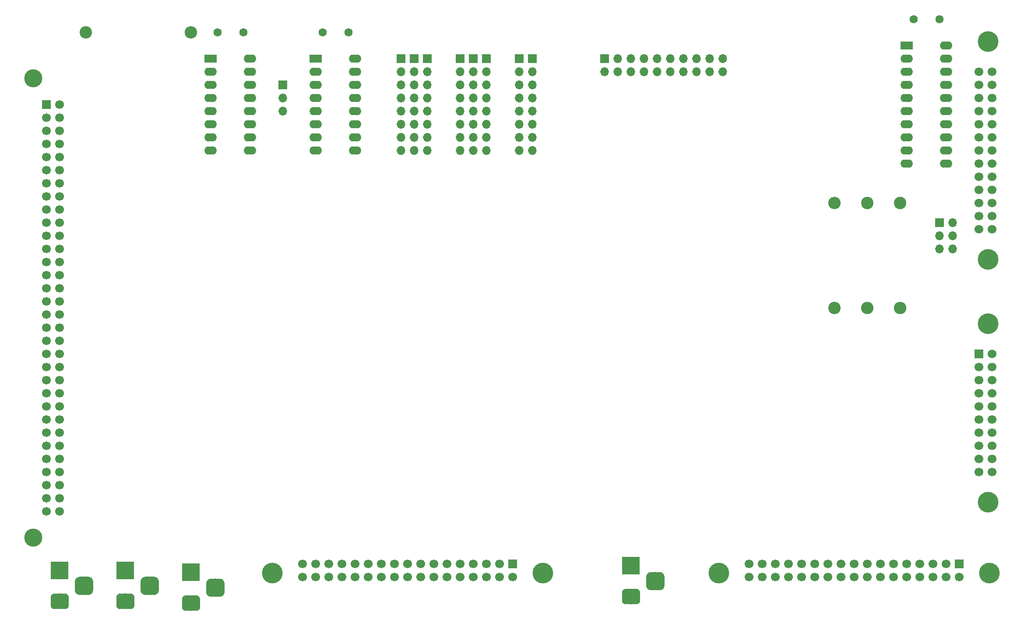
<source format=gbr>
G04 #@! TF.GenerationSoftware,KiCad,Pcbnew,(5.1.2-1)-1*
G04 #@! TF.CreationDate,2019-08-04T21:57:59+02:00*
G04 #@! TF.ProjectId,AtomIOExt,41746f6d-494f-4457-9874-2e6b69636164,rev?*
G04 #@! TF.SameCoordinates,Original*
G04 #@! TF.FileFunction,Soldermask,Top*
G04 #@! TF.FilePolarity,Negative*
%FSLAX46Y46*%
G04 Gerber Fmt 4.6, Leading zero omitted, Abs format (unit mm)*
G04 Created by KiCad (PCBNEW (5.1.2-1)-1) date 2019-08-04 21:57:59*
%MOMM*%
%LPD*%
G04 APERTURE LIST*
%ADD10R,1.700000X1.700000*%
%ADD11O,1.700000X1.700000*%
%ADD12C,1.600000*%
%ADD13R,3.500000X3.500000*%
%ADD14C,0.100000*%
%ADD15C,3.000000*%
%ADD16C,3.500000*%
%ADD17C,4.000000*%
%ADD18C,1.700000*%
%ADD19C,2.400000*%
%ADD20O,2.400000X2.400000*%
%ADD21R,2.400000X1.600000*%
%ADD22O,2.400000X1.600000*%
G04 APERTURE END LIST*
D10*
X171450000Y-35560000D03*
D11*
X171450000Y-38100000D03*
X173990000Y-35560000D03*
X173990000Y-38100000D03*
X176530000Y-35560000D03*
X176530000Y-38100000D03*
X179070000Y-35560000D03*
X179070000Y-38100000D03*
X181610000Y-35560000D03*
X181610000Y-38100000D03*
X184150000Y-35560000D03*
X184150000Y-38100000D03*
X186690000Y-35560000D03*
X186690000Y-38100000D03*
X189230000Y-35560000D03*
X189230000Y-38100000D03*
X191770000Y-35560000D03*
X191770000Y-38100000D03*
X194310000Y-35560000D03*
X194310000Y-38100000D03*
D12*
X101600000Y-30480000D03*
X96600000Y-30480000D03*
X116920000Y-30480000D03*
X121920000Y-30480000D03*
X236220000Y-27940000D03*
X231220000Y-27940000D03*
D11*
X134620000Y-53340000D03*
X134620000Y-50800000D03*
X134620000Y-48260000D03*
X134620000Y-45720000D03*
X134620000Y-43180000D03*
X134620000Y-40640000D03*
X134620000Y-38100000D03*
D10*
X134620000Y-35560000D03*
X137160000Y-35560000D03*
D11*
X137160000Y-38100000D03*
X137160000Y-40640000D03*
X137160000Y-43180000D03*
X137160000Y-45720000D03*
X137160000Y-48260000D03*
X137160000Y-50800000D03*
X137160000Y-53340000D03*
X132080000Y-53340000D03*
X132080000Y-50800000D03*
X132080000Y-48260000D03*
X132080000Y-45720000D03*
X132080000Y-43180000D03*
X132080000Y-40640000D03*
X132080000Y-38100000D03*
D10*
X132080000Y-35560000D03*
X146050000Y-35560000D03*
D11*
X146050000Y-38100000D03*
X146050000Y-40640000D03*
X146050000Y-43180000D03*
X146050000Y-45720000D03*
X146050000Y-48260000D03*
X146050000Y-50800000D03*
X146050000Y-53340000D03*
D10*
X148590000Y-35560000D03*
D11*
X148590000Y-38100000D03*
X148590000Y-40640000D03*
X148590000Y-43180000D03*
X148590000Y-45720000D03*
X148590000Y-48260000D03*
X148590000Y-50800000D03*
X148590000Y-53340000D03*
X143510000Y-53340000D03*
X143510000Y-50800000D03*
X143510000Y-48260000D03*
X143510000Y-45720000D03*
X143510000Y-43180000D03*
X143510000Y-40640000D03*
X143510000Y-38100000D03*
D10*
X143510000Y-35560000D03*
D11*
X154940000Y-53340000D03*
X154940000Y-50800000D03*
X154940000Y-48260000D03*
X154940000Y-45720000D03*
X154940000Y-43180000D03*
X154940000Y-40640000D03*
X154940000Y-38100000D03*
D10*
X154940000Y-35560000D03*
X157480000Y-35560000D03*
D11*
X157480000Y-38100000D03*
X157480000Y-40640000D03*
X157480000Y-43180000D03*
X157480000Y-45720000D03*
X157480000Y-48260000D03*
X157480000Y-50800000D03*
X157480000Y-53340000D03*
D13*
X176530000Y-133700000D03*
D14*
G36*
X177603513Y-138203611D02*
G01*
X177676318Y-138214411D01*
X177747714Y-138232295D01*
X177817013Y-138257090D01*
X177883548Y-138288559D01*
X177946678Y-138326398D01*
X178005795Y-138370242D01*
X178060330Y-138419670D01*
X178109758Y-138474205D01*
X178153602Y-138533322D01*
X178191441Y-138596452D01*
X178222910Y-138662987D01*
X178247705Y-138732286D01*
X178265589Y-138803682D01*
X178276389Y-138876487D01*
X178280000Y-138950000D01*
X178280000Y-140450000D01*
X178276389Y-140523513D01*
X178265589Y-140596318D01*
X178247705Y-140667714D01*
X178222910Y-140737013D01*
X178191441Y-140803548D01*
X178153602Y-140866678D01*
X178109758Y-140925795D01*
X178060330Y-140980330D01*
X178005795Y-141029758D01*
X177946678Y-141073602D01*
X177883548Y-141111441D01*
X177817013Y-141142910D01*
X177747714Y-141167705D01*
X177676318Y-141185589D01*
X177603513Y-141196389D01*
X177530000Y-141200000D01*
X175530000Y-141200000D01*
X175456487Y-141196389D01*
X175383682Y-141185589D01*
X175312286Y-141167705D01*
X175242987Y-141142910D01*
X175176452Y-141111441D01*
X175113322Y-141073602D01*
X175054205Y-141029758D01*
X174999670Y-140980330D01*
X174950242Y-140925795D01*
X174906398Y-140866678D01*
X174868559Y-140803548D01*
X174837090Y-140737013D01*
X174812295Y-140667714D01*
X174794411Y-140596318D01*
X174783611Y-140523513D01*
X174780000Y-140450000D01*
X174780000Y-138950000D01*
X174783611Y-138876487D01*
X174794411Y-138803682D01*
X174812295Y-138732286D01*
X174837090Y-138662987D01*
X174868559Y-138596452D01*
X174906398Y-138533322D01*
X174950242Y-138474205D01*
X174999670Y-138419670D01*
X175054205Y-138370242D01*
X175113322Y-138326398D01*
X175176452Y-138288559D01*
X175242987Y-138257090D01*
X175312286Y-138232295D01*
X175383682Y-138214411D01*
X175456487Y-138203611D01*
X175530000Y-138200000D01*
X177530000Y-138200000D01*
X177603513Y-138203611D01*
X177603513Y-138203611D01*
G37*
D15*
X176530000Y-139700000D03*
D14*
G36*
X182190765Y-134954213D02*
G01*
X182275704Y-134966813D01*
X182358999Y-134987677D01*
X182439848Y-135016605D01*
X182517472Y-135053319D01*
X182591124Y-135097464D01*
X182660094Y-135148616D01*
X182723718Y-135206282D01*
X182781384Y-135269906D01*
X182832536Y-135338876D01*
X182876681Y-135412528D01*
X182913395Y-135490152D01*
X182942323Y-135571001D01*
X182963187Y-135654296D01*
X182975787Y-135739235D01*
X182980000Y-135825000D01*
X182980000Y-137575000D01*
X182975787Y-137660765D01*
X182963187Y-137745704D01*
X182942323Y-137828999D01*
X182913395Y-137909848D01*
X182876681Y-137987472D01*
X182832536Y-138061124D01*
X182781384Y-138130094D01*
X182723718Y-138193718D01*
X182660094Y-138251384D01*
X182591124Y-138302536D01*
X182517472Y-138346681D01*
X182439848Y-138383395D01*
X182358999Y-138412323D01*
X182275704Y-138433187D01*
X182190765Y-138445787D01*
X182105000Y-138450000D01*
X180355000Y-138450000D01*
X180269235Y-138445787D01*
X180184296Y-138433187D01*
X180101001Y-138412323D01*
X180020152Y-138383395D01*
X179942528Y-138346681D01*
X179868876Y-138302536D01*
X179799906Y-138251384D01*
X179736282Y-138193718D01*
X179678616Y-138130094D01*
X179627464Y-138061124D01*
X179583319Y-137987472D01*
X179546605Y-137909848D01*
X179517677Y-137828999D01*
X179496813Y-137745704D01*
X179484213Y-137660765D01*
X179480000Y-137575000D01*
X179480000Y-135825000D01*
X179484213Y-135739235D01*
X179496813Y-135654296D01*
X179517677Y-135571001D01*
X179546605Y-135490152D01*
X179583319Y-135412528D01*
X179627464Y-135338876D01*
X179678616Y-135269906D01*
X179736282Y-135206282D01*
X179799906Y-135148616D01*
X179868876Y-135097464D01*
X179942528Y-135053319D01*
X180020152Y-135016605D01*
X180101001Y-134987677D01*
X180184296Y-134966813D01*
X180269235Y-134954213D01*
X180355000Y-134950000D01*
X182105000Y-134950000D01*
X182190765Y-134954213D01*
X182190765Y-134954213D01*
G37*
D16*
X181230000Y-136700000D03*
D14*
G36*
X97100765Y-136224213D02*
G01*
X97185704Y-136236813D01*
X97268999Y-136257677D01*
X97349848Y-136286605D01*
X97427472Y-136323319D01*
X97501124Y-136367464D01*
X97570094Y-136418616D01*
X97633718Y-136476282D01*
X97691384Y-136539906D01*
X97742536Y-136608876D01*
X97786681Y-136682528D01*
X97823395Y-136760152D01*
X97852323Y-136841001D01*
X97873187Y-136924296D01*
X97885787Y-137009235D01*
X97890000Y-137095000D01*
X97890000Y-138845000D01*
X97885787Y-138930765D01*
X97873187Y-139015704D01*
X97852323Y-139098999D01*
X97823395Y-139179848D01*
X97786681Y-139257472D01*
X97742536Y-139331124D01*
X97691384Y-139400094D01*
X97633718Y-139463718D01*
X97570094Y-139521384D01*
X97501124Y-139572536D01*
X97427472Y-139616681D01*
X97349848Y-139653395D01*
X97268999Y-139682323D01*
X97185704Y-139703187D01*
X97100765Y-139715787D01*
X97015000Y-139720000D01*
X95265000Y-139720000D01*
X95179235Y-139715787D01*
X95094296Y-139703187D01*
X95011001Y-139682323D01*
X94930152Y-139653395D01*
X94852528Y-139616681D01*
X94778876Y-139572536D01*
X94709906Y-139521384D01*
X94646282Y-139463718D01*
X94588616Y-139400094D01*
X94537464Y-139331124D01*
X94493319Y-139257472D01*
X94456605Y-139179848D01*
X94427677Y-139098999D01*
X94406813Y-139015704D01*
X94394213Y-138930765D01*
X94390000Y-138845000D01*
X94390000Y-137095000D01*
X94394213Y-137009235D01*
X94406813Y-136924296D01*
X94427677Y-136841001D01*
X94456605Y-136760152D01*
X94493319Y-136682528D01*
X94537464Y-136608876D01*
X94588616Y-136539906D01*
X94646282Y-136476282D01*
X94709906Y-136418616D01*
X94778876Y-136367464D01*
X94852528Y-136323319D01*
X94930152Y-136286605D01*
X95011001Y-136257677D01*
X95094296Y-136236813D01*
X95179235Y-136224213D01*
X95265000Y-136220000D01*
X97015000Y-136220000D01*
X97100765Y-136224213D01*
X97100765Y-136224213D01*
G37*
D16*
X96140000Y-137970000D03*
D14*
G36*
X92513513Y-139473611D02*
G01*
X92586318Y-139484411D01*
X92657714Y-139502295D01*
X92727013Y-139527090D01*
X92793548Y-139558559D01*
X92856678Y-139596398D01*
X92915795Y-139640242D01*
X92970330Y-139689670D01*
X93019758Y-139744205D01*
X93063602Y-139803322D01*
X93101441Y-139866452D01*
X93132910Y-139932987D01*
X93157705Y-140002286D01*
X93175589Y-140073682D01*
X93186389Y-140146487D01*
X93190000Y-140220000D01*
X93190000Y-141720000D01*
X93186389Y-141793513D01*
X93175589Y-141866318D01*
X93157705Y-141937714D01*
X93132910Y-142007013D01*
X93101441Y-142073548D01*
X93063602Y-142136678D01*
X93019758Y-142195795D01*
X92970330Y-142250330D01*
X92915795Y-142299758D01*
X92856678Y-142343602D01*
X92793548Y-142381441D01*
X92727013Y-142412910D01*
X92657714Y-142437705D01*
X92586318Y-142455589D01*
X92513513Y-142466389D01*
X92440000Y-142470000D01*
X90440000Y-142470000D01*
X90366487Y-142466389D01*
X90293682Y-142455589D01*
X90222286Y-142437705D01*
X90152987Y-142412910D01*
X90086452Y-142381441D01*
X90023322Y-142343602D01*
X89964205Y-142299758D01*
X89909670Y-142250330D01*
X89860242Y-142195795D01*
X89816398Y-142136678D01*
X89778559Y-142073548D01*
X89747090Y-142007013D01*
X89722295Y-141937714D01*
X89704411Y-141866318D01*
X89693611Y-141793513D01*
X89690000Y-141720000D01*
X89690000Y-140220000D01*
X89693611Y-140146487D01*
X89704411Y-140073682D01*
X89722295Y-140002286D01*
X89747090Y-139932987D01*
X89778559Y-139866452D01*
X89816398Y-139803322D01*
X89860242Y-139744205D01*
X89909670Y-139689670D01*
X89964205Y-139640242D01*
X90023322Y-139596398D01*
X90086452Y-139558559D01*
X90152987Y-139527090D01*
X90222286Y-139502295D01*
X90293682Y-139484411D01*
X90366487Y-139473611D01*
X90440000Y-139470000D01*
X92440000Y-139470000D01*
X92513513Y-139473611D01*
X92513513Y-139473611D01*
G37*
D15*
X91440000Y-140970000D03*
D13*
X91440000Y-134970000D03*
X66040000Y-134620000D03*
D14*
G36*
X67113513Y-139123611D02*
G01*
X67186318Y-139134411D01*
X67257714Y-139152295D01*
X67327013Y-139177090D01*
X67393548Y-139208559D01*
X67456678Y-139246398D01*
X67515795Y-139290242D01*
X67570330Y-139339670D01*
X67619758Y-139394205D01*
X67663602Y-139453322D01*
X67701441Y-139516452D01*
X67732910Y-139582987D01*
X67757705Y-139652286D01*
X67775589Y-139723682D01*
X67786389Y-139796487D01*
X67790000Y-139870000D01*
X67790000Y-141370000D01*
X67786389Y-141443513D01*
X67775589Y-141516318D01*
X67757705Y-141587714D01*
X67732910Y-141657013D01*
X67701441Y-141723548D01*
X67663602Y-141786678D01*
X67619758Y-141845795D01*
X67570330Y-141900330D01*
X67515795Y-141949758D01*
X67456678Y-141993602D01*
X67393548Y-142031441D01*
X67327013Y-142062910D01*
X67257714Y-142087705D01*
X67186318Y-142105589D01*
X67113513Y-142116389D01*
X67040000Y-142120000D01*
X65040000Y-142120000D01*
X64966487Y-142116389D01*
X64893682Y-142105589D01*
X64822286Y-142087705D01*
X64752987Y-142062910D01*
X64686452Y-142031441D01*
X64623322Y-141993602D01*
X64564205Y-141949758D01*
X64509670Y-141900330D01*
X64460242Y-141845795D01*
X64416398Y-141786678D01*
X64378559Y-141723548D01*
X64347090Y-141657013D01*
X64322295Y-141587714D01*
X64304411Y-141516318D01*
X64293611Y-141443513D01*
X64290000Y-141370000D01*
X64290000Y-139870000D01*
X64293611Y-139796487D01*
X64304411Y-139723682D01*
X64322295Y-139652286D01*
X64347090Y-139582987D01*
X64378559Y-139516452D01*
X64416398Y-139453322D01*
X64460242Y-139394205D01*
X64509670Y-139339670D01*
X64564205Y-139290242D01*
X64623322Y-139246398D01*
X64686452Y-139208559D01*
X64752987Y-139177090D01*
X64822286Y-139152295D01*
X64893682Y-139134411D01*
X64966487Y-139123611D01*
X65040000Y-139120000D01*
X67040000Y-139120000D01*
X67113513Y-139123611D01*
X67113513Y-139123611D01*
G37*
D15*
X66040000Y-140620000D03*
D14*
G36*
X71700765Y-135874213D02*
G01*
X71785704Y-135886813D01*
X71868999Y-135907677D01*
X71949848Y-135936605D01*
X72027472Y-135973319D01*
X72101124Y-136017464D01*
X72170094Y-136068616D01*
X72233718Y-136126282D01*
X72291384Y-136189906D01*
X72342536Y-136258876D01*
X72386681Y-136332528D01*
X72423395Y-136410152D01*
X72452323Y-136491001D01*
X72473187Y-136574296D01*
X72485787Y-136659235D01*
X72490000Y-136745000D01*
X72490000Y-138495000D01*
X72485787Y-138580765D01*
X72473187Y-138665704D01*
X72452323Y-138748999D01*
X72423395Y-138829848D01*
X72386681Y-138907472D01*
X72342536Y-138981124D01*
X72291384Y-139050094D01*
X72233718Y-139113718D01*
X72170094Y-139171384D01*
X72101124Y-139222536D01*
X72027472Y-139266681D01*
X71949848Y-139303395D01*
X71868999Y-139332323D01*
X71785704Y-139353187D01*
X71700765Y-139365787D01*
X71615000Y-139370000D01*
X69865000Y-139370000D01*
X69779235Y-139365787D01*
X69694296Y-139353187D01*
X69611001Y-139332323D01*
X69530152Y-139303395D01*
X69452528Y-139266681D01*
X69378876Y-139222536D01*
X69309906Y-139171384D01*
X69246282Y-139113718D01*
X69188616Y-139050094D01*
X69137464Y-138981124D01*
X69093319Y-138907472D01*
X69056605Y-138829848D01*
X69027677Y-138748999D01*
X69006813Y-138665704D01*
X68994213Y-138580765D01*
X68990000Y-138495000D01*
X68990000Y-136745000D01*
X68994213Y-136659235D01*
X69006813Y-136574296D01*
X69027677Y-136491001D01*
X69056605Y-136410152D01*
X69093319Y-136332528D01*
X69137464Y-136258876D01*
X69188616Y-136189906D01*
X69246282Y-136126282D01*
X69309906Y-136068616D01*
X69378876Y-136017464D01*
X69452528Y-135973319D01*
X69530152Y-135936605D01*
X69611001Y-135907677D01*
X69694296Y-135886813D01*
X69779235Y-135874213D01*
X69865000Y-135870000D01*
X71615000Y-135870000D01*
X71700765Y-135874213D01*
X71700765Y-135874213D01*
G37*
D16*
X70740000Y-137620000D03*
D14*
G36*
X84400765Y-135874213D02*
G01*
X84485704Y-135886813D01*
X84568999Y-135907677D01*
X84649848Y-135936605D01*
X84727472Y-135973319D01*
X84801124Y-136017464D01*
X84870094Y-136068616D01*
X84933718Y-136126282D01*
X84991384Y-136189906D01*
X85042536Y-136258876D01*
X85086681Y-136332528D01*
X85123395Y-136410152D01*
X85152323Y-136491001D01*
X85173187Y-136574296D01*
X85185787Y-136659235D01*
X85190000Y-136745000D01*
X85190000Y-138495000D01*
X85185787Y-138580765D01*
X85173187Y-138665704D01*
X85152323Y-138748999D01*
X85123395Y-138829848D01*
X85086681Y-138907472D01*
X85042536Y-138981124D01*
X84991384Y-139050094D01*
X84933718Y-139113718D01*
X84870094Y-139171384D01*
X84801124Y-139222536D01*
X84727472Y-139266681D01*
X84649848Y-139303395D01*
X84568999Y-139332323D01*
X84485704Y-139353187D01*
X84400765Y-139365787D01*
X84315000Y-139370000D01*
X82565000Y-139370000D01*
X82479235Y-139365787D01*
X82394296Y-139353187D01*
X82311001Y-139332323D01*
X82230152Y-139303395D01*
X82152528Y-139266681D01*
X82078876Y-139222536D01*
X82009906Y-139171384D01*
X81946282Y-139113718D01*
X81888616Y-139050094D01*
X81837464Y-138981124D01*
X81793319Y-138907472D01*
X81756605Y-138829848D01*
X81727677Y-138748999D01*
X81706813Y-138665704D01*
X81694213Y-138580765D01*
X81690000Y-138495000D01*
X81690000Y-136745000D01*
X81694213Y-136659235D01*
X81706813Y-136574296D01*
X81727677Y-136491001D01*
X81756605Y-136410152D01*
X81793319Y-136332528D01*
X81837464Y-136258876D01*
X81888616Y-136189906D01*
X81946282Y-136126282D01*
X82009906Y-136068616D01*
X82078876Y-136017464D01*
X82152528Y-135973319D01*
X82230152Y-135936605D01*
X82311001Y-135907677D01*
X82394296Y-135886813D01*
X82479235Y-135874213D01*
X82565000Y-135870000D01*
X84315000Y-135870000D01*
X84400765Y-135874213D01*
X84400765Y-135874213D01*
G37*
D16*
X83440000Y-137620000D03*
D14*
G36*
X79813513Y-139123611D02*
G01*
X79886318Y-139134411D01*
X79957714Y-139152295D01*
X80027013Y-139177090D01*
X80093548Y-139208559D01*
X80156678Y-139246398D01*
X80215795Y-139290242D01*
X80270330Y-139339670D01*
X80319758Y-139394205D01*
X80363602Y-139453322D01*
X80401441Y-139516452D01*
X80432910Y-139582987D01*
X80457705Y-139652286D01*
X80475589Y-139723682D01*
X80486389Y-139796487D01*
X80490000Y-139870000D01*
X80490000Y-141370000D01*
X80486389Y-141443513D01*
X80475589Y-141516318D01*
X80457705Y-141587714D01*
X80432910Y-141657013D01*
X80401441Y-141723548D01*
X80363602Y-141786678D01*
X80319758Y-141845795D01*
X80270330Y-141900330D01*
X80215795Y-141949758D01*
X80156678Y-141993602D01*
X80093548Y-142031441D01*
X80027013Y-142062910D01*
X79957714Y-142087705D01*
X79886318Y-142105589D01*
X79813513Y-142116389D01*
X79740000Y-142120000D01*
X77740000Y-142120000D01*
X77666487Y-142116389D01*
X77593682Y-142105589D01*
X77522286Y-142087705D01*
X77452987Y-142062910D01*
X77386452Y-142031441D01*
X77323322Y-141993602D01*
X77264205Y-141949758D01*
X77209670Y-141900330D01*
X77160242Y-141845795D01*
X77116398Y-141786678D01*
X77078559Y-141723548D01*
X77047090Y-141657013D01*
X77022295Y-141587714D01*
X77004411Y-141516318D01*
X76993611Y-141443513D01*
X76990000Y-141370000D01*
X76990000Y-139870000D01*
X76993611Y-139796487D01*
X77004411Y-139723682D01*
X77022295Y-139652286D01*
X77047090Y-139582987D01*
X77078559Y-139516452D01*
X77116398Y-139453322D01*
X77160242Y-139394205D01*
X77209670Y-139339670D01*
X77264205Y-139290242D01*
X77323322Y-139246398D01*
X77386452Y-139208559D01*
X77452987Y-139177090D01*
X77522286Y-139152295D01*
X77593682Y-139134411D01*
X77666487Y-139123611D01*
X77740000Y-139120000D01*
X79740000Y-139120000D01*
X79813513Y-139123611D01*
X79813513Y-139123611D01*
G37*
D15*
X78740000Y-140620000D03*
D13*
X78740000Y-134620000D03*
D17*
X245620000Y-121410000D03*
X245620000Y-86870000D03*
D10*
X243840000Y-92710000D03*
D18*
X246380000Y-92710000D03*
X243840000Y-95250000D03*
X246380000Y-95250000D03*
X243840000Y-97790000D03*
X246380000Y-97790000D03*
X243840000Y-100330000D03*
X246380000Y-100330000D03*
X243840000Y-102870000D03*
X246380000Y-102870000D03*
X243840000Y-105410000D03*
X246380000Y-105410000D03*
X243840000Y-107950000D03*
X246380000Y-107950000D03*
X243840000Y-110490000D03*
X246380000Y-110490000D03*
X243840000Y-113030000D03*
X246380000Y-113030000D03*
X243840000Y-115570000D03*
X246380000Y-115570000D03*
D17*
X245620000Y-74420000D03*
X245620000Y-32260000D03*
D18*
X243840000Y-38100000D03*
X246380000Y-38100000D03*
X243840000Y-40640000D03*
X246380000Y-40640000D03*
X243840000Y-43180000D03*
X246380000Y-43180000D03*
X243840000Y-45720000D03*
X246380000Y-45720000D03*
X243840000Y-48260000D03*
X246380000Y-48260000D03*
X243840000Y-50800000D03*
X246380000Y-50800000D03*
X243840000Y-53340000D03*
X246380000Y-53340000D03*
X243840000Y-55880000D03*
X246380000Y-55880000D03*
X243840000Y-58420000D03*
X246380000Y-58420000D03*
X243840000Y-60960000D03*
X246380000Y-60960000D03*
X243840000Y-63500000D03*
X246380000Y-63500000D03*
X243840000Y-66040000D03*
X246380000Y-66040000D03*
X243840000Y-68580000D03*
X246380000Y-68580000D03*
D10*
X63500000Y-44450000D03*
D18*
X66040000Y-44450000D03*
X63500000Y-46990000D03*
X66040000Y-46990000D03*
X63500000Y-49530000D03*
X66040000Y-49530000D03*
X63500000Y-52070000D03*
X66040000Y-52070000D03*
X63500000Y-54610000D03*
X66040000Y-54610000D03*
X63500000Y-57150000D03*
X66040000Y-57150000D03*
X63500000Y-59690000D03*
X66040000Y-59690000D03*
X63500000Y-62230000D03*
X66040000Y-62230000D03*
X63500000Y-64770000D03*
X66040000Y-64770000D03*
X63500000Y-67310000D03*
X66040000Y-67310000D03*
X63500000Y-69850000D03*
X66040000Y-69850000D03*
X63500000Y-72390000D03*
X66040000Y-72390000D03*
X63500000Y-74930000D03*
X66040000Y-74930000D03*
X63500000Y-77470000D03*
X66040000Y-77470000D03*
X63500000Y-80010000D03*
X66040000Y-80010000D03*
X63500000Y-82550000D03*
X66040000Y-82550000D03*
X63500000Y-85090000D03*
X66040000Y-85090000D03*
X63500000Y-87630000D03*
X66040000Y-87630000D03*
X63500000Y-90170000D03*
X66040000Y-90170000D03*
X63500000Y-92710000D03*
X66040000Y-92710000D03*
X63500000Y-95250000D03*
X66040000Y-95250000D03*
X63500000Y-97790000D03*
X66040000Y-97790000D03*
X63500000Y-100330000D03*
X66040000Y-100330000D03*
X63500000Y-102870000D03*
X66040000Y-102870000D03*
X63500000Y-105410000D03*
X66040000Y-105410000D03*
X63500000Y-107950000D03*
X66040000Y-107950000D03*
X63500000Y-110490000D03*
X66040000Y-110490000D03*
X63500000Y-113030000D03*
X66040000Y-113030000D03*
X63500000Y-115570000D03*
X66040000Y-115570000D03*
X63500000Y-118110000D03*
X66040000Y-118110000D03*
X63500000Y-120650000D03*
X66040000Y-120650000D03*
X63500000Y-123190000D03*
X66040000Y-123190000D03*
D16*
X60960000Y-39370000D03*
X60960000Y-128270000D03*
D10*
X236220000Y-67310000D03*
D11*
X238760000Y-67310000D03*
X236220000Y-69850000D03*
X238760000Y-69850000D03*
X236220000Y-72390000D03*
X238760000Y-72390000D03*
D10*
X109220000Y-40640000D03*
D11*
X109220000Y-43180000D03*
X109220000Y-45720000D03*
D17*
X245870000Y-135130000D03*
X193550000Y-135130000D03*
D10*
X240030000Y-133350000D03*
D18*
X240030000Y-135890000D03*
X237490000Y-133350000D03*
X237490000Y-135890000D03*
X234950000Y-133350000D03*
X234950000Y-135890000D03*
X232410000Y-133350000D03*
X232410000Y-135890000D03*
X229870000Y-133350000D03*
X229870000Y-135890000D03*
X227330000Y-133350000D03*
X227330000Y-135890000D03*
X224790000Y-133350000D03*
X224790000Y-135890000D03*
X222250000Y-133350000D03*
X222250000Y-135890000D03*
X219710000Y-133350000D03*
X219710000Y-135890000D03*
X217170000Y-133350000D03*
X217170000Y-135890000D03*
X214630000Y-133350000D03*
X214630000Y-135890000D03*
X212090000Y-133350000D03*
X212090000Y-135890000D03*
X209550000Y-133350000D03*
X209550000Y-135890000D03*
X207010000Y-133350000D03*
X207010000Y-135890000D03*
X204470000Y-133350000D03*
X204470000Y-135890000D03*
X201930000Y-133350000D03*
X201930000Y-135890000D03*
X199390000Y-133350000D03*
X199390000Y-135890000D03*
X113030000Y-135890000D03*
X113030000Y-133350000D03*
X115570000Y-135890000D03*
X115570000Y-133350000D03*
X118110000Y-135890000D03*
X118110000Y-133350000D03*
X120650000Y-135890000D03*
X120650000Y-133350000D03*
X123190000Y-135890000D03*
X123190000Y-133350000D03*
X125730000Y-135890000D03*
X125730000Y-133350000D03*
X128270000Y-135890000D03*
X128270000Y-133350000D03*
X130810000Y-135890000D03*
X130810000Y-133350000D03*
X133350000Y-135890000D03*
X133350000Y-133350000D03*
X135890000Y-135890000D03*
X135890000Y-133350000D03*
X138430000Y-135890000D03*
X138430000Y-133350000D03*
X140970000Y-135890000D03*
X140970000Y-133350000D03*
X143510000Y-135890000D03*
X143510000Y-133350000D03*
X146050000Y-135890000D03*
X146050000Y-133350000D03*
X148590000Y-135890000D03*
X148590000Y-133350000D03*
X151130000Y-135890000D03*
X151130000Y-133350000D03*
X153670000Y-135890000D03*
D10*
X153670000Y-133350000D03*
D17*
X107190000Y-135130000D03*
X159510000Y-135130000D03*
D19*
X228600000Y-63500000D03*
D20*
X228600000Y-83820000D03*
X222250000Y-83820000D03*
D19*
X222250000Y-63500000D03*
X215900000Y-83820000D03*
D20*
X215900000Y-63500000D03*
D21*
X229870000Y-33020000D03*
D22*
X237490000Y-55880000D03*
X229870000Y-35560000D03*
X237490000Y-53340000D03*
X229870000Y-38100000D03*
X237490000Y-50800000D03*
X229870000Y-40640000D03*
X237490000Y-48260000D03*
X229870000Y-43180000D03*
X237490000Y-45720000D03*
X229870000Y-45720000D03*
X237490000Y-43180000D03*
X229870000Y-48260000D03*
X237490000Y-40640000D03*
X229870000Y-50800000D03*
X237490000Y-38100000D03*
X229870000Y-53340000D03*
X237490000Y-35560000D03*
X229870000Y-55880000D03*
X237490000Y-33020000D03*
D21*
X115570000Y-35560000D03*
D22*
X123190000Y-53340000D03*
X115570000Y-38100000D03*
X123190000Y-50800000D03*
X115570000Y-40640000D03*
X123190000Y-48260000D03*
X115570000Y-43180000D03*
X123190000Y-45720000D03*
X115570000Y-45720000D03*
X123190000Y-43180000D03*
X115570000Y-48260000D03*
X123190000Y-40640000D03*
X115570000Y-50800000D03*
X123190000Y-38100000D03*
X115570000Y-53340000D03*
X123190000Y-35560000D03*
X102870000Y-35560000D03*
X95250000Y-53340000D03*
X102870000Y-38100000D03*
X95250000Y-50800000D03*
X102870000Y-40640000D03*
X95250000Y-48260000D03*
X102870000Y-43180000D03*
X95250000Y-45720000D03*
X102870000Y-45720000D03*
X95250000Y-43180000D03*
X102870000Y-48260000D03*
X95250000Y-40640000D03*
X102870000Y-50800000D03*
X95250000Y-38100000D03*
X102870000Y-53340000D03*
D21*
X95250000Y-35560000D03*
D19*
X71120000Y-30480000D03*
D20*
X91440000Y-30480000D03*
M02*

</source>
